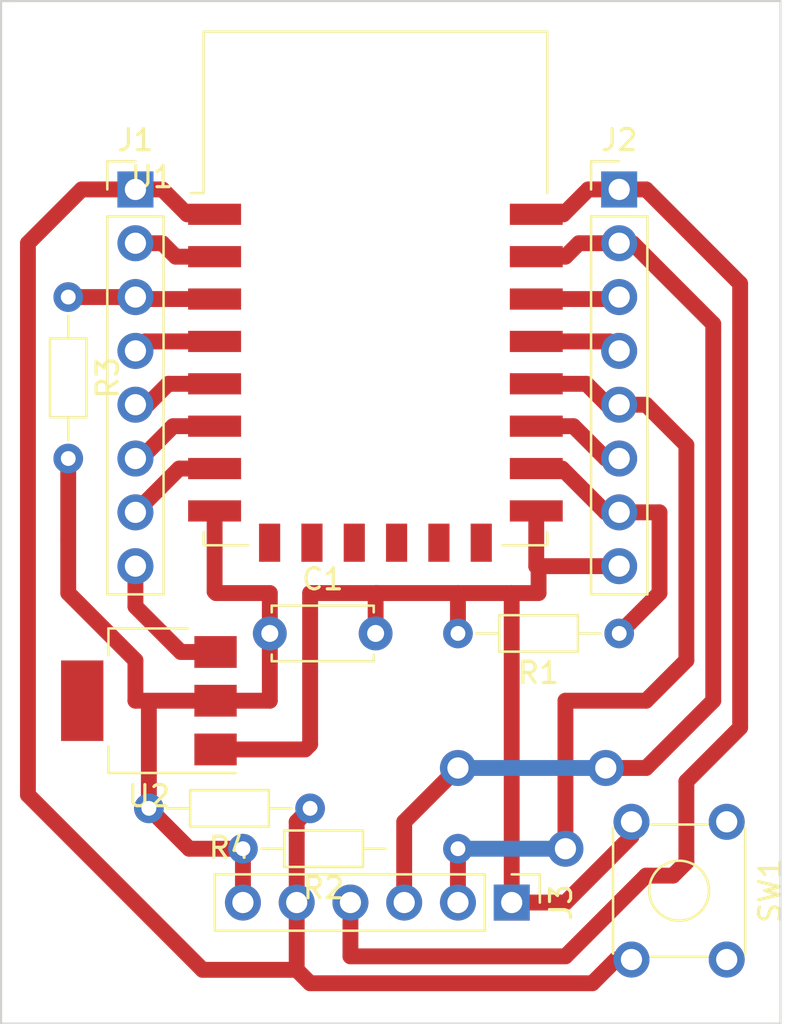
<source format=kicad_pcb>
(kicad_pcb (version 4) (host pcbnew 4.0.7)

  (general
    (links 36)
    (no_connects 0)
    (area 130.317142 91.2486 168.225 140.827858)
    (thickness 1.6)
    (drawings 5)
    (tracks 122)
    (zones 0)
    (modules 11)
    (nets 26)
  )

  (page A4)
  (layers
    (0 F.Cu signal)
    (31 B.Cu signal)
    (32 B.Adhes user)
    (33 F.Adhes user)
    (34 B.Paste user)
    (35 F.Paste user)
    (36 B.SilkS user hide)
    (37 F.SilkS user)
    (38 B.Mask user)
    (39 F.Mask user)
    (40 Dwgs.User user)
    (41 Cmts.User user)
    (42 Eco1.User user)
    (43 Eco2.User user)
    (44 Edge.Cuts user)
    (45 Margin user)
    (46 B.CrtYd user)
    (47 F.CrtYd user)
    (48 B.Fab user)
    (49 F.Fab user hide)
  )

  (setup
    (last_trace_width 0.25)
    (user_trace_width 0.5)
    (user_trace_width 0.75)
    (user_trace_width 1)
    (trace_clearance 0.2)
    (zone_clearance 0.508)
    (zone_45_only no)
    (trace_min 0.2)
    (segment_width 0.2)
    (edge_width 0.1)
    (via_size 0.6)
    (via_drill 0.4)
    (via_min_size 0.4)
    (via_min_drill 0.3)
    (user_via 1.7 1)
    (uvia_size 0.3)
    (uvia_drill 0.1)
    (uvias_allowed no)
    (uvia_min_size 0.2)
    (uvia_min_drill 0.1)
    (pcb_text_width 0.3)
    (pcb_text_size 1.5 1.5)
    (mod_edge_width 0.15)
    (mod_text_size 1 1)
    (mod_text_width 0.15)
    (pad_size 1.5 1.5)
    (pad_drill 0.6)
    (pad_to_mask_clearance 0)
    (aux_axis_origin 163.83 90.17)
    (visible_elements FFFFFF5F)
    (pcbplotparams
      (layerselection 0x00030_80000001)
      (usegerberextensions false)
      (excludeedgelayer true)
      (linewidth 0.100000)
      (plotframeref false)
      (viasonmask false)
      (mode 1)
      (useauxorigin false)
      (hpglpennumber 1)
      (hpglpenspeed 20)
      (hpglpendiameter 15)
      (hpglpenoverlay 2)
      (psnegative false)
      (psa4output false)
      (plotreference true)
      (plotvalue true)
      (plotinvisibletext false)
      (padsonsilk false)
      (subtractmaskfromsilk false)
      (outputformat 5)
      (mirror false)
      (drillshape 0)
      (scaleselection 1)
      (outputdirectory /home/badaro/Projetos/Peixoto/kicad/esp12_breakout_board/))
  )

  (net 0 "")
  (net 1 "Net-(C1-Pad1)")
  (net 2 "Net-(C1-Pad2)")
  (net 3 "Net-(J1-Pad1)")
  (net 4 "Net-(J1-Pad2)")
  (net 5 "Net-(J1-Pad3)")
  (net 6 "Net-(J1-Pad4)")
  (net 7 "Net-(J1-Pad5)")
  (net 8 "Net-(J1-Pad6)")
  (net 9 "Net-(J1-Pad7)")
  (net 10 "Net-(J1-Pad8)")
  (net 11 "Net-(J2-Pad2)")
  (net 12 "Net-(J2-Pad3)")
  (net 13 "Net-(J2-Pad4)")
  (net 14 "Net-(J2-Pad5)")
  (net 15 "Net-(J2-Pad6)")
  (net 16 "Net-(J2-Pad7)")
  (net 17 "Net-(U1-Pad9)")
  (net 18 "Net-(U1-Pad10)")
  (net 19 "Net-(U1-Pad11)")
  (net 20 "Net-(U1-Pad12)")
  (net 21 "Net-(U1-Pad13)")
  (net 22 "Net-(U1-Pad14)")
  (net 23 "Net-(J2-Pad1)")
  (net 24 "Net-(SW1-Pad2)")
  (net 25 "Net-(SW1-Pad1)")

  (net_class Default "Esta é a classe de net default."
    (clearance 0.2)
    (trace_width 0.25)
    (via_dia 0.6)
    (via_drill 0.4)
    (uvia_dia 0.3)
    (uvia_drill 0.1)
    (add_net "Net-(C1-Pad1)")
    (add_net "Net-(C1-Pad2)")
    (add_net "Net-(J1-Pad1)")
    (add_net "Net-(J1-Pad2)")
    (add_net "Net-(J1-Pad3)")
    (add_net "Net-(J1-Pad4)")
    (add_net "Net-(J1-Pad5)")
    (add_net "Net-(J1-Pad6)")
    (add_net "Net-(J1-Pad7)")
    (add_net "Net-(J1-Pad8)")
    (add_net "Net-(J2-Pad1)")
    (add_net "Net-(J2-Pad2)")
    (add_net "Net-(J2-Pad3)")
    (add_net "Net-(J2-Pad4)")
    (add_net "Net-(J2-Pad5)")
    (add_net "Net-(J2-Pad6)")
    (add_net "Net-(J2-Pad7)")
    (add_net "Net-(SW1-Pad1)")
    (add_net "Net-(SW1-Pad2)")
    (add_net "Net-(U1-Pad10)")
    (add_net "Net-(U1-Pad11)")
    (add_net "Net-(U1-Pad12)")
    (add_net "Net-(U1-Pad13)")
    (add_net "Net-(U1-Pad14)")
    (add_net "Net-(U1-Pad9)")
  )

  (module Resistors_THT:R_Axial_DIN0204_L3.6mm_D1.6mm_P7.62mm_Horizontal (layer F.Cu) (tedit 5B3E5DD4) (tstamp 5B3E4D96)
    (at 149.86 131.445 180)
    (descr "Resistor, Axial_DIN0204 series, Axial, Horizontal, pin pitch=7.62mm, 0.16666666666666666W = 1/6W, length*diameter=3.6*1.6mm^2, http://cdn-reichelt.de/documents/datenblatt/B400/1_4W%23YAG.pdf")
    (tags "Resistor Axial_DIN0204 series Axial Horizontal pin pitch 7.62mm 0.16666666666666666W = 1/6W length 3.6mm diameter 1.6mm")
    (path /5B3E323D)
    (fp_text reference R2 (at 3.81 -1.86 180) (layer F.SilkS)
      (effects (font (size 1 1) (thickness 0.15)))
    )
    (fp_text value 10k (at 3.81 1.86 180) (layer F.Fab)
      (effects (font (size 1 1) (thickness 0.15)))
    )
    (fp_line (start 2.01 -0.8) (end 2.01 0.8) (layer F.Fab) (width 0.1))
    (fp_line (start 2.01 0.8) (end 5.61 0.8) (layer F.Fab) (width 0.1))
    (fp_line (start 5.61 0.8) (end 5.61 -0.8) (layer F.Fab) (width 0.1))
    (fp_line (start 5.61 -0.8) (end 2.01 -0.8) (layer F.Fab) (width 0.1))
    (fp_line (start 0 0) (end 2.01 0) (layer F.Fab) (width 0.1))
    (fp_line (start 7.62 0) (end 5.61 0) (layer F.Fab) (width 0.1))
    (fp_line (start 1.95 -0.86) (end 1.95 0.86) (layer F.SilkS) (width 0.12))
    (fp_line (start 1.95 0.86) (end 5.67 0.86) (layer F.SilkS) (width 0.12))
    (fp_line (start 5.67 0.86) (end 5.67 -0.86) (layer F.SilkS) (width 0.12))
    (fp_line (start 5.67 -0.86) (end 1.95 -0.86) (layer F.SilkS) (width 0.12))
    (fp_line (start 0.88 0) (end 1.95 0) (layer F.SilkS) (width 0.12))
    (fp_line (start 6.74 0) (end 5.67 0) (layer F.SilkS) (width 0.12))
    (fp_line (start -0.95 -1.15) (end -0.95 1.15) (layer F.CrtYd) (width 0.05))
    (fp_line (start -0.95 1.15) (end 8.6 1.15) (layer F.CrtYd) (width 0.05))
    (fp_line (start 8.6 1.15) (end 8.6 -1.15) (layer F.CrtYd) (width 0.05))
    (fp_line (start 8.6 -1.15) (end -0.95 -1.15) (layer F.CrtYd) (width 0.05))
    (pad 1 thru_hole circle (at -2.54 0 180) (size 1.4 1.4) (drill 0.7) (layers *.Cu *.Mask)
      (net 14 "Net-(J2-Pad5)"))
    (pad 2 thru_hole oval (at 7.62 0 180) (size 1.4 1.4) (drill 0.7) (layers *.Cu *.Mask)
      (net 1 "Net-(C1-Pad1)"))
    (model ${KISYS3DMOD}/Resistors_THT.3dshapes/R_Axial_DIN0204_L3.6mm_D1.6mm_P7.62mm_Horizontal.wrl
      (at (xyz 0 0 0))
      (scale (xyz 0.393701 0.393701 0.393701))
      (rotate (xyz 0 0 0))
    )
  )

  (module Resistors_THT:R_Axial_DIN0204_L3.6mm_D1.6mm_P7.62mm_Horizontal (layer F.Cu) (tedit 5874F706) (tstamp 5B3E4D90)
    (at 160.02 121.285 180)
    (descr "Resistor, Axial_DIN0204 series, Axial, Horizontal, pin pitch=7.62mm, 0.16666666666666666W = 1/6W, length*diameter=3.6*1.6mm^2, http://cdn-reichelt.de/documents/datenblatt/B400/1_4W%23YAG.pdf")
    (tags "Resistor Axial_DIN0204 series Axial Horizontal pin pitch 7.62mm 0.16666666666666666W = 1/6W length 3.6mm diameter 1.6mm")
    (path /5B3E1E06)
    (fp_text reference R1 (at 3.81 -1.86 180) (layer F.SilkS)
      (effects (font (size 1 1) (thickness 0.15)))
    )
    (fp_text value 10k (at 3.81 1.86 180) (layer F.Fab)
      (effects (font (size 1 1) (thickness 0.15)))
    )
    (fp_line (start 2.01 -0.8) (end 2.01 0.8) (layer F.Fab) (width 0.1))
    (fp_line (start 2.01 0.8) (end 5.61 0.8) (layer F.Fab) (width 0.1))
    (fp_line (start 5.61 0.8) (end 5.61 -0.8) (layer F.Fab) (width 0.1))
    (fp_line (start 5.61 -0.8) (end 2.01 -0.8) (layer F.Fab) (width 0.1))
    (fp_line (start 0 0) (end 2.01 0) (layer F.Fab) (width 0.1))
    (fp_line (start 7.62 0) (end 5.61 0) (layer F.Fab) (width 0.1))
    (fp_line (start 1.95 -0.86) (end 1.95 0.86) (layer F.SilkS) (width 0.12))
    (fp_line (start 1.95 0.86) (end 5.67 0.86) (layer F.SilkS) (width 0.12))
    (fp_line (start 5.67 0.86) (end 5.67 -0.86) (layer F.SilkS) (width 0.12))
    (fp_line (start 5.67 -0.86) (end 1.95 -0.86) (layer F.SilkS) (width 0.12))
    (fp_line (start 0.88 0) (end 1.95 0) (layer F.SilkS) (width 0.12))
    (fp_line (start 6.74 0) (end 5.67 0) (layer F.SilkS) (width 0.12))
    (fp_line (start -0.95 -1.15) (end -0.95 1.15) (layer F.CrtYd) (width 0.05))
    (fp_line (start -0.95 1.15) (end 8.6 1.15) (layer F.CrtYd) (width 0.05))
    (fp_line (start 8.6 1.15) (end 8.6 -1.15) (layer F.CrtYd) (width 0.05))
    (fp_line (start 8.6 -1.15) (end -0.95 -1.15) (layer F.CrtYd) (width 0.05))
    (pad 1 thru_hole circle (at 0 0 180) (size 1.4 1.4) (drill 0.7) (layers *.Cu *.Mask)
      (net 16 "Net-(J2-Pad7)"))
    (pad 2 thru_hole oval (at 7.62 0 180) (size 1.4 1.4) (drill 0.7) (layers *.Cu *.Mask)
      (net 2 "Net-(C1-Pad2)"))
    (model ${KISYS3DMOD}/Resistors_THT.3dshapes/R_Axial_DIN0204_L3.6mm_D1.6mm_P7.62mm_Horizontal.wrl
      (at (xyz 0 0 0))
      (scale (xyz 0.393701 0.393701 0.393701))
      (rotate (xyz 0 0 0))
    )
  )

  (module Capacitors_THT:C_Disc_D4.7mm_W2.5mm_P5.00mm (layer F.Cu) (tedit 597BC7C2) (tstamp 5B3E4D68)
    (at 143.51 121.285)
    (descr "C, Disc series, Radial, pin pitch=5.00mm, , diameter*width=4.7*2.5mm^2, Capacitor, http://www.vishay.com/docs/45233/krseries.pdf")
    (tags "C Disc series Radial pin pitch 5.00mm  diameter 4.7mm width 2.5mm Capacitor")
    (path /5B3E1E57)
    (fp_text reference C1 (at 2.5 -2.56) (layer F.SilkS)
      (effects (font (size 1 1) (thickness 0.15)))
    )
    (fp_text value 100n (at 2.5 2.56) (layer F.Fab)
      (effects (font (size 1 1) (thickness 0.15)))
    )
    (fp_line (start 0.15 -1.25) (end 0.15 1.25) (layer F.Fab) (width 0.1))
    (fp_line (start 0.15 1.25) (end 4.85 1.25) (layer F.Fab) (width 0.1))
    (fp_line (start 4.85 1.25) (end 4.85 -1.25) (layer F.Fab) (width 0.1))
    (fp_line (start 4.85 -1.25) (end 0.15 -1.25) (layer F.Fab) (width 0.1))
    (fp_line (start 0.09 -1.31) (end 4.91 -1.31) (layer F.SilkS) (width 0.12))
    (fp_line (start 0.09 1.31) (end 4.91 1.31) (layer F.SilkS) (width 0.12))
    (fp_line (start 0.09 -1.31) (end 0.09 -0.996) (layer F.SilkS) (width 0.12))
    (fp_line (start 0.09 0.996) (end 0.09 1.31) (layer F.SilkS) (width 0.12))
    (fp_line (start 4.91 -1.31) (end 4.91 -0.996) (layer F.SilkS) (width 0.12))
    (fp_line (start 4.91 0.996) (end 4.91 1.31) (layer F.SilkS) (width 0.12))
    (fp_line (start -1.05 -1.6) (end -1.05 1.6) (layer F.CrtYd) (width 0.05))
    (fp_line (start -1.05 1.6) (end 6.05 1.6) (layer F.CrtYd) (width 0.05))
    (fp_line (start 6.05 1.6) (end 6.05 -1.6) (layer F.CrtYd) (width 0.05))
    (fp_line (start 6.05 -1.6) (end -1.05 -1.6) (layer F.CrtYd) (width 0.05))
    (fp_text user %R (at 2.5 0) (layer F.Fab)
      (effects (font (size 1 1) (thickness 0.15)))
    )
    (pad 1 thru_hole circle (at 0 0) (size 1.6 1.6) (drill 0.8) (layers *.Cu *.Mask)
      (net 1 "Net-(C1-Pad1)"))
    (pad 2 thru_hole circle (at 5 0) (size 1.6 1.6) (drill 0.8) (layers *.Cu *.Mask)
      (net 2 "Net-(C1-Pad2)"))
    (model ${KISYS3DMOD}/Capacitors_THT.3dshapes/C_Disc_D4.7mm_W2.5mm_P5.00mm.wrl
      (at (xyz 0 0 0))
      (scale (xyz 1 1 1))
      (rotate (xyz 0 0 0))
    )
  )

  (module Pin_Headers:Pin_Header_Straight_1x08_Pitch2.54mm (layer F.Cu) (tedit 59650532) (tstamp 5B3E4D74)
    (at 137.16 100.33)
    (descr "Through hole straight pin header, 1x08, 2.54mm pitch, single row")
    (tags "Through hole pin header THT 1x08 2.54mm single row")
    (path /5B3E24C9)
    (fp_text reference J1 (at 0 -2.33) (layer F.SilkS)
      (effects (font (size 1 1) (thickness 0.15)))
    )
    (fp_text value Conn_01x08_Male (at 0 20.11) (layer F.Fab)
      (effects (font (size 1 1) (thickness 0.15)))
    )
    (fp_line (start -0.635 -1.27) (end 1.27 -1.27) (layer F.Fab) (width 0.1))
    (fp_line (start 1.27 -1.27) (end 1.27 19.05) (layer F.Fab) (width 0.1))
    (fp_line (start 1.27 19.05) (end -1.27 19.05) (layer F.Fab) (width 0.1))
    (fp_line (start -1.27 19.05) (end -1.27 -0.635) (layer F.Fab) (width 0.1))
    (fp_line (start -1.27 -0.635) (end -0.635 -1.27) (layer F.Fab) (width 0.1))
    (fp_line (start -1.33 19.11) (end 1.33 19.11) (layer F.SilkS) (width 0.12))
    (fp_line (start -1.33 1.27) (end -1.33 19.11) (layer F.SilkS) (width 0.12))
    (fp_line (start 1.33 1.27) (end 1.33 19.11) (layer F.SilkS) (width 0.12))
    (fp_line (start -1.33 1.27) (end 1.33 1.27) (layer F.SilkS) (width 0.12))
    (fp_line (start -1.33 0) (end -1.33 -1.33) (layer F.SilkS) (width 0.12))
    (fp_line (start -1.33 -1.33) (end 0 -1.33) (layer F.SilkS) (width 0.12))
    (fp_line (start -1.8 -1.8) (end -1.8 19.55) (layer F.CrtYd) (width 0.05))
    (fp_line (start -1.8 19.55) (end 1.8 19.55) (layer F.CrtYd) (width 0.05))
    (fp_line (start 1.8 19.55) (end 1.8 -1.8) (layer F.CrtYd) (width 0.05))
    (fp_line (start 1.8 -1.8) (end -1.8 -1.8) (layer F.CrtYd) (width 0.05))
    (fp_text user %R (at 0 8.89 90) (layer F.Fab)
      (effects (font (size 1 1) (thickness 0.15)))
    )
    (pad 1 thru_hole rect (at 0 0) (size 1.7 1.7) (drill 1) (layers *.Cu *.Mask)
      (net 3 "Net-(J1-Pad1)"))
    (pad 2 thru_hole oval (at 0 2.54) (size 1.7 1.7) (drill 1) (layers *.Cu *.Mask)
      (net 4 "Net-(J1-Pad2)"))
    (pad 3 thru_hole oval (at 0 5.08) (size 1.7 1.7) (drill 1) (layers *.Cu *.Mask)
      (net 5 "Net-(J1-Pad3)"))
    (pad 4 thru_hole oval (at 0 7.62) (size 1.7 1.7) (drill 1) (layers *.Cu *.Mask)
      (net 6 "Net-(J1-Pad4)"))
    (pad 5 thru_hole oval (at 0 10.16) (size 1.7 1.7) (drill 1) (layers *.Cu *.Mask)
      (net 7 "Net-(J1-Pad5)"))
    (pad 6 thru_hole oval (at 0 12.7) (size 1.7 1.7) (drill 1) (layers *.Cu *.Mask)
      (net 8 "Net-(J1-Pad6)"))
    (pad 7 thru_hole oval (at 0 15.24) (size 1.7 1.7) (drill 1) (layers *.Cu *.Mask)
      (net 9 "Net-(J1-Pad7)"))
    (pad 8 thru_hole oval (at 0 17.78) (size 1.7 1.7) (drill 1) (layers *.Cu *.Mask)
      (net 10 "Net-(J1-Pad8)"))
    (model ${KISYS3DMOD}/Pin_Headers.3dshapes/Pin_Header_Straight_1x08_Pitch2.54mm.wrl
      (at (xyz 0 0 0))
      (scale (xyz 1 1 1))
      (rotate (xyz 0 0 0))
    )
  )

  (module Pin_Headers:Pin_Header_Straight_1x08_Pitch2.54mm (layer F.Cu) (tedit 59650532) (tstamp 5B3E4D80)
    (at 160.02 100.33)
    (descr "Through hole straight pin header, 1x08, 2.54mm pitch, single row")
    (tags "Through hole pin header THT 1x08 2.54mm single row")
    (path /5B3E22AE)
    (fp_text reference J2 (at 0 -2.33) (layer F.SilkS)
      (effects (font (size 1 1) (thickness 0.15)))
    )
    (fp_text value Conn_01x08_Male (at 0 20.11) (layer F.Fab)
      (effects (font (size 1 1) (thickness 0.15)))
    )
    (fp_line (start -0.635 -1.27) (end 1.27 -1.27) (layer F.Fab) (width 0.1))
    (fp_line (start 1.27 -1.27) (end 1.27 19.05) (layer F.Fab) (width 0.1))
    (fp_line (start 1.27 19.05) (end -1.27 19.05) (layer F.Fab) (width 0.1))
    (fp_line (start -1.27 19.05) (end -1.27 -0.635) (layer F.Fab) (width 0.1))
    (fp_line (start -1.27 -0.635) (end -0.635 -1.27) (layer F.Fab) (width 0.1))
    (fp_line (start -1.33 19.11) (end 1.33 19.11) (layer F.SilkS) (width 0.12))
    (fp_line (start -1.33 1.27) (end -1.33 19.11) (layer F.SilkS) (width 0.12))
    (fp_line (start 1.33 1.27) (end 1.33 19.11) (layer F.SilkS) (width 0.12))
    (fp_line (start -1.33 1.27) (end 1.33 1.27) (layer F.SilkS) (width 0.12))
    (fp_line (start -1.33 0) (end -1.33 -1.33) (layer F.SilkS) (width 0.12))
    (fp_line (start -1.33 -1.33) (end 0 -1.33) (layer F.SilkS) (width 0.12))
    (fp_line (start -1.8 -1.8) (end -1.8 19.55) (layer F.CrtYd) (width 0.05))
    (fp_line (start -1.8 19.55) (end 1.8 19.55) (layer F.CrtYd) (width 0.05))
    (fp_line (start 1.8 19.55) (end 1.8 -1.8) (layer F.CrtYd) (width 0.05))
    (fp_line (start 1.8 -1.8) (end -1.8 -1.8) (layer F.CrtYd) (width 0.05))
    (fp_text user %R (at 0 8.89 90) (layer F.Fab)
      (effects (font (size 1 1) (thickness 0.15)))
    )
    (pad 1 thru_hole rect (at 0 0) (size 1.7 1.7) (drill 1) (layers *.Cu *.Mask)
      (net 23 "Net-(J2-Pad1)"))
    (pad 2 thru_hole oval (at 0 2.54) (size 1.7 1.7) (drill 1) (layers *.Cu *.Mask)
      (net 11 "Net-(J2-Pad2)"))
    (pad 3 thru_hole oval (at 0 5.08) (size 1.7 1.7) (drill 1) (layers *.Cu *.Mask)
      (net 12 "Net-(J2-Pad3)"))
    (pad 4 thru_hole oval (at 0 7.62) (size 1.7 1.7) (drill 1) (layers *.Cu *.Mask)
      (net 13 "Net-(J2-Pad4)"))
    (pad 5 thru_hole oval (at 0 10.16) (size 1.7 1.7) (drill 1) (layers *.Cu *.Mask)
      (net 14 "Net-(J2-Pad5)"))
    (pad 6 thru_hole oval (at 0 12.7) (size 1.7 1.7) (drill 1) (layers *.Cu *.Mask)
      (net 15 "Net-(J2-Pad6)"))
    (pad 7 thru_hole oval (at 0 15.24) (size 1.7 1.7) (drill 1) (layers *.Cu *.Mask)
      (net 16 "Net-(J2-Pad7)"))
    (pad 8 thru_hole oval (at 0 17.78) (size 1.7 1.7) (drill 1) (layers *.Cu *.Mask)
      (net 2 "Net-(C1-Pad2)"))
    (model ${KISYS3DMOD}/Pin_Headers.3dshapes/Pin_Header_Straight_1x08_Pitch2.54mm.wrl
      (at (xyz 0 0 0))
      (scale (xyz 1 1 1))
      (rotate (xyz 0 0 0))
    )
  )

  (module Pin_Headers:Pin_Header_Straight_1x06_Pitch2.54mm (layer F.Cu) (tedit 59650532) (tstamp 5B3E4D8A)
    (at 154.94 133.985 270)
    (descr "Through hole straight pin header, 1x06, 2.54mm pitch, single row")
    (tags "Through hole pin header THT 1x06 2.54mm single row")
    (path /5B3E2810)
    (fp_text reference J3 (at 0 -2.33 270) (layer F.SilkS)
      (effects (font (size 1 1) (thickness 0.15)))
    )
    (fp_text value Conn_01x06_Male (at 0 15.03 270) (layer F.Fab)
      (effects (font (size 1 1) (thickness 0.15)))
    )
    (fp_line (start -0.635 -1.27) (end 1.27 -1.27) (layer F.Fab) (width 0.1))
    (fp_line (start 1.27 -1.27) (end 1.27 13.97) (layer F.Fab) (width 0.1))
    (fp_line (start 1.27 13.97) (end -1.27 13.97) (layer F.Fab) (width 0.1))
    (fp_line (start -1.27 13.97) (end -1.27 -0.635) (layer F.Fab) (width 0.1))
    (fp_line (start -1.27 -0.635) (end -0.635 -1.27) (layer F.Fab) (width 0.1))
    (fp_line (start -1.33 14.03) (end 1.33 14.03) (layer F.SilkS) (width 0.12))
    (fp_line (start -1.33 1.27) (end -1.33 14.03) (layer F.SilkS) (width 0.12))
    (fp_line (start 1.33 1.27) (end 1.33 14.03) (layer F.SilkS) (width 0.12))
    (fp_line (start -1.33 1.27) (end 1.33 1.27) (layer F.SilkS) (width 0.12))
    (fp_line (start -1.33 0) (end -1.33 -1.33) (layer F.SilkS) (width 0.12))
    (fp_line (start -1.33 -1.33) (end 0 -1.33) (layer F.SilkS) (width 0.12))
    (fp_line (start -1.8 -1.8) (end -1.8 14.5) (layer F.CrtYd) (width 0.05))
    (fp_line (start -1.8 14.5) (end 1.8 14.5) (layer F.CrtYd) (width 0.05))
    (fp_line (start 1.8 14.5) (end 1.8 -1.8) (layer F.CrtYd) (width 0.05))
    (fp_line (start 1.8 -1.8) (end -1.8 -1.8) (layer F.CrtYd) (width 0.05))
    (fp_text user %R (at 0 6.35 360) (layer F.Fab)
      (effects (font (size 1 1) (thickness 0.15)))
    )
    (pad 1 thru_hole rect (at 0 0 270) (size 1.7 1.7) (drill 1) (layers *.Cu *.Mask)
      (net 2 "Net-(C1-Pad2)"))
    (pad 2 thru_hole oval (at 0 2.54 270) (size 1.7 1.7) (drill 1) (layers *.Cu *.Mask)
      (net 14 "Net-(J2-Pad5)"))
    (pad 3 thru_hole oval (at 0 5.08 270) (size 1.7 1.7) (drill 1) (layers *.Cu *.Mask)
      (net 11 "Net-(J2-Pad2)"))
    (pad 4 thru_hole oval (at 0 7.62 270) (size 1.7 1.7) (drill 1) (layers *.Cu *.Mask)
      (net 23 "Net-(J2-Pad1)"))
    (pad 5 thru_hole oval (at 0 10.16 270) (size 1.7 1.7) (drill 1) (layers *.Cu *.Mask)
      (net 3 "Net-(J1-Pad1)"))
    (pad 6 thru_hole oval (at 0 12.7 270) (size 1.7 1.7) (drill 1) (layers *.Cu *.Mask)
      (net 1 "Net-(C1-Pad1)"))
    (model ${KISYS3DMOD}/Pin_Headers.3dshapes/Pin_Header_Straight_1x06_Pitch2.54mm.wrl
      (at (xyz 0 0 0))
      (scale (xyz 1 1 1))
      (rotate (xyz 0 0 0))
    )
  )

  (module Resistors_THT:R_Axial_DIN0204_L3.6mm_D1.6mm_P7.62mm_Horizontal (layer F.Cu) (tedit 5874F706) (tstamp 5B3E4D9C)
    (at 133.985 105.41 270)
    (descr "Resistor, Axial_DIN0204 series, Axial, Horizontal, pin pitch=7.62mm, 0.16666666666666666W = 1/6W, length*diameter=3.6*1.6mm^2, http://cdn-reichelt.de/documents/datenblatt/B400/1_4W%23YAG.pdf")
    (tags "Resistor Axial_DIN0204 series Axial Horizontal pin pitch 7.62mm 0.16666666666666666W = 1/6W length 3.6mm diameter 1.6mm")
    (path /5B3E3202)
    (fp_text reference R3 (at 3.81 -1.86 270) (layer F.SilkS)
      (effects (font (size 1 1) (thickness 0.15)))
    )
    (fp_text value 10k (at 3.81 1.86 270) (layer F.Fab)
      (effects (font (size 1 1) (thickness 0.15)))
    )
    (fp_line (start 2.01 -0.8) (end 2.01 0.8) (layer F.Fab) (width 0.1))
    (fp_line (start 2.01 0.8) (end 5.61 0.8) (layer F.Fab) (width 0.1))
    (fp_line (start 5.61 0.8) (end 5.61 -0.8) (layer F.Fab) (width 0.1))
    (fp_line (start 5.61 -0.8) (end 2.01 -0.8) (layer F.Fab) (width 0.1))
    (fp_line (start 0 0) (end 2.01 0) (layer F.Fab) (width 0.1))
    (fp_line (start 7.62 0) (end 5.61 0) (layer F.Fab) (width 0.1))
    (fp_line (start 1.95 -0.86) (end 1.95 0.86) (layer F.SilkS) (width 0.12))
    (fp_line (start 1.95 0.86) (end 5.67 0.86) (layer F.SilkS) (width 0.12))
    (fp_line (start 5.67 0.86) (end 5.67 -0.86) (layer F.SilkS) (width 0.12))
    (fp_line (start 5.67 -0.86) (end 1.95 -0.86) (layer F.SilkS) (width 0.12))
    (fp_line (start 0.88 0) (end 1.95 0) (layer F.SilkS) (width 0.12))
    (fp_line (start 6.74 0) (end 5.67 0) (layer F.SilkS) (width 0.12))
    (fp_line (start -0.95 -1.15) (end -0.95 1.15) (layer F.CrtYd) (width 0.05))
    (fp_line (start -0.95 1.15) (end 8.6 1.15) (layer F.CrtYd) (width 0.05))
    (fp_line (start 8.6 1.15) (end 8.6 -1.15) (layer F.CrtYd) (width 0.05))
    (fp_line (start 8.6 -1.15) (end -0.95 -1.15) (layer F.CrtYd) (width 0.05))
    (pad 1 thru_hole circle (at 0 0 270) (size 1.4 1.4) (drill 0.7) (layers *.Cu *.Mask)
      (net 5 "Net-(J1-Pad3)"))
    (pad 2 thru_hole oval (at 7.62 0 270) (size 1.4 1.4) (drill 0.7) (layers *.Cu *.Mask)
      (net 1 "Net-(C1-Pad1)"))
    (model ${KISYS3DMOD}/Resistors_THT.3dshapes/R_Axial_DIN0204_L3.6mm_D1.6mm_P7.62mm_Horizontal.wrl
      (at (xyz 0 0 0))
      (scale (xyz 0.393701 0.393701 0.393701))
      (rotate (xyz 0 0 0))
    )
  )

  (module Resistors_THT:R_Axial_DIN0204_L3.6mm_D1.6mm_P7.62mm_Horizontal (layer F.Cu) (tedit 5874F706) (tstamp 5B3E4DA2)
    (at 145.415 129.54 180)
    (descr "Resistor, Axial_DIN0204 series, Axial, Horizontal, pin pitch=7.62mm, 0.16666666666666666W = 1/6W, length*diameter=3.6*1.6mm^2, http://cdn-reichelt.de/documents/datenblatt/B400/1_4W%23YAG.pdf")
    (tags "Resistor Axial_DIN0204 series Axial Horizontal pin pitch 7.62mm 0.16666666666666666W = 1/6W length 3.6mm diameter 1.6mm")
    (path /5B3E328B)
    (fp_text reference R4 (at 3.81 -1.86 180) (layer F.SilkS)
      (effects (font (size 1 1) (thickness 0.15)))
    )
    (fp_text value 10k (at 3.81 1.86 180) (layer F.Fab)
      (effects (font (size 1 1) (thickness 0.15)))
    )
    (fp_line (start 2.01 -0.8) (end 2.01 0.8) (layer F.Fab) (width 0.1))
    (fp_line (start 2.01 0.8) (end 5.61 0.8) (layer F.Fab) (width 0.1))
    (fp_line (start 5.61 0.8) (end 5.61 -0.8) (layer F.Fab) (width 0.1))
    (fp_line (start 5.61 -0.8) (end 2.01 -0.8) (layer F.Fab) (width 0.1))
    (fp_line (start 0 0) (end 2.01 0) (layer F.Fab) (width 0.1))
    (fp_line (start 7.62 0) (end 5.61 0) (layer F.Fab) (width 0.1))
    (fp_line (start 1.95 -0.86) (end 1.95 0.86) (layer F.SilkS) (width 0.12))
    (fp_line (start 1.95 0.86) (end 5.67 0.86) (layer F.SilkS) (width 0.12))
    (fp_line (start 5.67 0.86) (end 5.67 -0.86) (layer F.SilkS) (width 0.12))
    (fp_line (start 5.67 -0.86) (end 1.95 -0.86) (layer F.SilkS) (width 0.12))
    (fp_line (start 0.88 0) (end 1.95 0) (layer F.SilkS) (width 0.12))
    (fp_line (start 6.74 0) (end 5.67 0) (layer F.SilkS) (width 0.12))
    (fp_line (start -0.95 -1.15) (end -0.95 1.15) (layer F.CrtYd) (width 0.05))
    (fp_line (start -0.95 1.15) (end 8.6 1.15) (layer F.CrtYd) (width 0.05))
    (fp_line (start 8.6 1.15) (end 8.6 -1.15) (layer F.CrtYd) (width 0.05))
    (fp_line (start 8.6 -1.15) (end -0.95 -1.15) (layer F.CrtYd) (width 0.05))
    (pad 1 thru_hole circle (at 0 0 180) (size 1.4 1.4) (drill 0.7) (layers *.Cu *.Mask)
      (net 3 "Net-(J1-Pad1)"))
    (pad 2 thru_hole oval (at 7.62 0 180) (size 1.4 1.4) (drill 0.7) (layers *.Cu *.Mask)
      (net 1 "Net-(C1-Pad1)"))
    (model ${KISYS3DMOD}/Resistors_THT.3dshapes/R_Axial_DIN0204_L3.6mm_D1.6mm_P7.62mm_Horizontal.wrl
      (at (xyz 0 0 0))
      (scale (xyz 0.393701 0.393701 0.393701))
      (rotate (xyz 0 0 0))
    )
  )

  (module RF_Modules:ESP-12E (layer F.Cu) (tedit 59E32322) (tstamp 5B3E4DBC)
    (at 148.5011 105.0036)
    (descr "Wi-Fi Module, http://wiki.ai-thinker.com/_media/esp8266/docs/aithinker_esp_12f_datasheet_en.pdf")
    (tags "Wi-Fi Module")
    (path /5B3E1B76)
    (attr smd)
    (fp_text reference U1 (at -10.56 -5.26) (layer F.SilkS)
      (effects (font (size 1 1) (thickness 0.15)))
    )
    (fp_text value ESP-12E (at -0.06 -12.78) (layer F.Fab)
      (effects (font (size 1 1) (thickness 0.15)))
    )
    (fp_text user Antenna (at -0.06 -7 180) (layer Cmts.User)
      (effects (font (size 1 1) (thickness 0.15)))
    )
    (fp_text user "KEEP-OUT ZONE" (at 0.03 -9.55 180) (layer Cmts.User)
      (effects (font (size 1 1) (thickness 0.15)))
    )
    (fp_text user %R (at 0.49 -0.8) (layer F.Fab)
      (effects (font (size 1 1) (thickness 0.15)))
    )
    (fp_line (start -8 -12) (end 8 -12) (layer F.Fab) (width 0.12))
    (fp_line (start 8 -12) (end 8 12) (layer F.Fab) (width 0.12))
    (fp_line (start 8 12) (end -8 12) (layer F.Fab) (width 0.12))
    (fp_line (start -8 12) (end -8 -3) (layer F.Fab) (width 0.12))
    (fp_line (start -8 -3) (end -7.5 -3.5) (layer F.Fab) (width 0.12))
    (fp_line (start -7.5 -3.5) (end -8 -4) (layer F.Fab) (width 0.12))
    (fp_line (start -8 -4) (end -8 -12) (layer F.Fab) (width 0.12))
    (fp_line (start -9.05 -12.2) (end 9.05 -12.2) (layer F.CrtYd) (width 0.05))
    (fp_line (start 9.05 -12.2) (end 9.05 13.1) (layer F.CrtYd) (width 0.05))
    (fp_line (start 9.05 13.1) (end -9.05 13.1) (layer F.CrtYd) (width 0.05))
    (fp_line (start -9.05 13.1) (end -9.05 -12.2) (layer F.CrtYd) (width 0.05))
    (fp_line (start -8.12 -12.12) (end 8.12 -12.12) (layer F.SilkS) (width 0.12))
    (fp_line (start 8.12 -12.12) (end 8.12 -4.5) (layer F.SilkS) (width 0.12))
    (fp_line (start 8.12 11.5) (end 8.12 12.12) (layer F.SilkS) (width 0.12))
    (fp_line (start 8.12 12.12) (end 6 12.12) (layer F.SilkS) (width 0.12))
    (fp_line (start -6 12.12) (end -8.12 12.12) (layer F.SilkS) (width 0.12))
    (fp_line (start -8.12 12.12) (end -8.12 11.5) (layer F.SilkS) (width 0.12))
    (fp_line (start -8.12 -4.5) (end -8.12 -12.12) (layer F.SilkS) (width 0.12))
    (fp_line (start -8.12 -4.5) (end -8.73 -4.5) (layer F.SilkS) (width 0.12))
    (fp_line (start -8.12 -12.12) (end 8.12 -12.12) (layer Dwgs.User) (width 0.12))
    (fp_line (start 8.12 -12.12) (end 8.12 -4.8) (layer Dwgs.User) (width 0.12))
    (fp_line (start 8.12 -4.8) (end -8.12 -4.8) (layer Dwgs.User) (width 0.12))
    (fp_line (start -8.12 -4.8) (end -8.12 -12.12) (layer Dwgs.User) (width 0.12))
    (fp_line (start -8.12 -9.12) (end -5.12 -12.12) (layer Dwgs.User) (width 0.12))
    (fp_line (start -8.12 -6.12) (end -2.12 -12.12) (layer Dwgs.User) (width 0.12))
    (fp_line (start -6.44 -4.8) (end 0.88 -12.12) (layer Dwgs.User) (width 0.12))
    (fp_line (start -3.44 -4.8) (end 3.88 -12.12) (layer Dwgs.User) (width 0.12))
    (fp_line (start -0.44 -4.8) (end 6.88 -12.12) (layer Dwgs.User) (width 0.12))
    (fp_line (start 2.56 -4.8) (end 8.12 -10.36) (layer Dwgs.User) (width 0.12))
    (fp_line (start 5.56 -4.8) (end 8.12 -7.36) (layer Dwgs.User) (width 0.12))
    (pad 1 smd rect (at -7.6 -3.5) (size 2.5 1) (layers F.Cu F.Paste F.Mask)
      (net 3 "Net-(J1-Pad1)"))
    (pad 2 smd rect (at -7.6 -1.5) (size 2.5 1) (layers F.Cu F.Paste F.Mask)
      (net 4 "Net-(J1-Pad2)"))
    (pad 3 smd rect (at -7.6 0.5) (size 2.5 1) (layers F.Cu F.Paste F.Mask)
      (net 5 "Net-(J1-Pad3)"))
    (pad 4 smd rect (at -7.6 2.5) (size 2.5 1) (layers F.Cu F.Paste F.Mask)
      (net 6 "Net-(J1-Pad4)"))
    (pad 5 smd rect (at -7.6 4.5) (size 2.5 1) (layers F.Cu F.Paste F.Mask)
      (net 7 "Net-(J1-Pad5)"))
    (pad 6 smd rect (at -7.6 6.5) (size 2.5 1) (layers F.Cu F.Paste F.Mask)
      (net 8 "Net-(J1-Pad6)"))
    (pad 7 smd rect (at -7.6 8.5) (size 2.5 1) (layers F.Cu F.Paste F.Mask)
      (net 9 "Net-(J1-Pad7)"))
    (pad 8 smd rect (at -7.6 10.5) (size 2.5 1) (layers F.Cu F.Paste F.Mask)
      (net 1 "Net-(C1-Pad1)"))
    (pad 9 smd rect (at -5 12) (size 1 1.8) (layers F.Cu F.Paste F.Mask)
      (net 17 "Net-(U1-Pad9)"))
    (pad 10 smd rect (at -3 12) (size 1 1.8) (layers F.Cu F.Paste F.Mask)
      (net 18 "Net-(U1-Pad10)"))
    (pad 11 smd rect (at -1 12) (size 1 1.8) (layers F.Cu F.Paste F.Mask)
      (net 19 "Net-(U1-Pad11)"))
    (pad 12 smd rect (at 1 12) (size 1 1.8) (layers F.Cu F.Paste F.Mask)
      (net 20 "Net-(U1-Pad12)"))
    (pad 13 smd rect (at 3 12) (size 1 1.8) (layers F.Cu F.Paste F.Mask)
      (net 21 "Net-(U1-Pad13)"))
    (pad 14 smd rect (at 5 12) (size 1 1.8) (layers F.Cu F.Paste F.Mask)
      (net 22 "Net-(U1-Pad14)"))
    (pad 15 smd rect (at 7.6 10.5) (size 2.5 1) (layers F.Cu F.Paste F.Mask)
      (net 2 "Net-(C1-Pad2)"))
    (pad 16 smd rect (at 7.6 8.5) (size 2.5 1) (layers F.Cu F.Paste F.Mask)
      (net 16 "Net-(J2-Pad7)"))
    (pad 17 smd rect (at 7.6 6.5) (size 2.5 1) (layers F.Cu F.Paste F.Mask)
      (net 15 "Net-(J2-Pad6)"))
    (pad 18 smd rect (at 7.6 4.5) (size 2.5 1) (layers F.Cu F.Paste F.Mask)
      (net 14 "Net-(J2-Pad5)"))
    (pad 19 smd rect (at 7.6 2.5) (size 2.5 1) (layers F.Cu F.Paste F.Mask)
      (net 13 "Net-(J2-Pad4)"))
    (pad 20 smd rect (at 7.6 0.5) (size 2.5 1) (layers F.Cu F.Paste F.Mask)
      (net 12 "Net-(J2-Pad3)"))
    (pad 21 smd rect (at 7.6 -1.5) (size 2.5 1) (layers F.Cu F.Paste F.Mask)
      (net 11 "Net-(J2-Pad2)"))
    (pad 22 smd rect (at 7.6 -3.5) (size 2.5 1) (layers F.Cu F.Paste F.Mask)
      (net 23 "Net-(J2-Pad1)"))
    (model ${KISYS3DMOD}/RF_Modules.3dshapes/ESP-12E.wrl
      (at (xyz 0 0 0))
      (scale (xyz 1 1 1))
      (rotate (xyz 0 0 0))
    )
  )

  (module TO_SOT_Packages_SMD:SOT-223 (layer F.Cu) (tedit 58CE4E7E) (tstamp 5B3E4DC4)
    (at 137.795 124.46 180)
    (descr "module CMS SOT223 4 pins")
    (tags "CMS SOT")
    (path /5B3E1D4B)
    (attr smd)
    (fp_text reference U2 (at 0 -4.5 180) (layer F.SilkS)
      (effects (font (size 1 1) (thickness 0.15)))
    )
    (fp_text value LM1117-3.3 (at 0 4.5 180) (layer F.Fab)
      (effects (font (size 1 1) (thickness 0.15)))
    )
    (fp_text user %R (at 0 0 270) (layer F.Fab)
      (effects (font (size 0.8 0.8) (thickness 0.12)))
    )
    (fp_line (start -1.85 -2.3) (end -0.8 -3.35) (layer F.Fab) (width 0.1))
    (fp_line (start 1.91 3.41) (end 1.91 2.15) (layer F.SilkS) (width 0.12))
    (fp_line (start 1.91 -3.41) (end 1.91 -2.15) (layer F.SilkS) (width 0.12))
    (fp_line (start 4.4 -3.6) (end -4.4 -3.6) (layer F.CrtYd) (width 0.05))
    (fp_line (start 4.4 3.6) (end 4.4 -3.6) (layer F.CrtYd) (width 0.05))
    (fp_line (start -4.4 3.6) (end 4.4 3.6) (layer F.CrtYd) (width 0.05))
    (fp_line (start -4.4 -3.6) (end -4.4 3.6) (layer F.CrtYd) (width 0.05))
    (fp_line (start -1.85 -2.3) (end -1.85 3.35) (layer F.Fab) (width 0.1))
    (fp_line (start -1.85 3.41) (end 1.91 3.41) (layer F.SilkS) (width 0.12))
    (fp_line (start -0.8 -3.35) (end 1.85 -3.35) (layer F.Fab) (width 0.1))
    (fp_line (start -4.1 -3.41) (end 1.91 -3.41) (layer F.SilkS) (width 0.12))
    (fp_line (start -1.85 3.35) (end 1.85 3.35) (layer F.Fab) (width 0.1))
    (fp_line (start 1.85 -3.35) (end 1.85 3.35) (layer F.Fab) (width 0.1))
    (pad 4 smd rect (at 3.15 0 180) (size 2 3.8) (layers F.Cu F.Paste F.Mask))
    (pad 2 smd rect (at -3.15 0 180) (size 2 1.5) (layers F.Cu F.Paste F.Mask)
      (net 1 "Net-(C1-Pad1)"))
    (pad 3 smd rect (at -3.15 2.3 180) (size 2 1.5) (layers F.Cu F.Paste F.Mask)
      (net 10 "Net-(J1-Pad8)"))
    (pad 1 smd rect (at -3.15 -2.3 180) (size 2 1.5) (layers F.Cu F.Paste F.Mask)
      (net 2 "Net-(C1-Pad2)"))
    (model ${KISYS3DMOD}/TO_SOT_Packages_SMD.3dshapes/SOT-223.wrl
      (at (xyz 0 0 0))
      (scale (xyz 1 1 1))
      (rotate (xyz 0 0 0))
    )
  )

  (module Buttons_Switches_THT:SW_TH_Tactile_Omron_B3F-10xx (layer F.Cu) (tedit 5928351D) (tstamp 5B3E9B67)
    (at 165.1 130.175 270)
    (descr SW_TH_Tactile_Omron_B3F-10xx_https://www.omron.com/ecb/products/pdf/en-b3f.pdf)
    (tags "Omron B3F-10xx")
    (path /5B3E9DA5)
    (fp_text reference SW1 (at 3.25 -2.05 270) (layer F.SilkS)
      (effects (font (size 1 1) (thickness 0.15)))
    )
    (fp_text value SW_Push_Dual (at 3.2 6.5 270) (layer F.Fab)
      (effects (font (size 1 1) (thickness 0.15)))
    )
    (fp_line (start 0.25 -0.75) (end 0.25 5.25) (layer F.Fab) (width 0.1))
    (fp_line (start 6.25 -0.75) (end 6.25 5.25) (layer F.Fab) (width 0.1))
    (fp_line (start 0.25 -0.75) (end 6.25 -0.75) (layer F.Fab) (width 0.1))
    (fp_text user %R (at 3.25 2.25 270) (layer F.Fab)
      (effects (font (size 1 1) (thickness 0.15)))
    )
    (fp_line (start 7.65 -1.15) (end -1.1 -1.15) (layer F.CrtYd) (width 0.05))
    (fp_line (start 7.6 5.6) (end 7.6 -1.1) (layer F.CrtYd) (width 0.05))
    (fp_line (start -1.1 5.6) (end 7.6 5.6) (layer F.CrtYd) (width 0.05))
    (fp_line (start -1.1 -1.15) (end -1.1 5.6) (layer F.CrtYd) (width 0.05))
    (fp_circle (center 3.25 2.25) (end 4.25 3.25) (layer F.SilkS) (width 0.12))
    (fp_line (start 0.28 5.37) (end 6.22 5.37) (layer F.SilkS) (width 0.12))
    (fp_line (start 0.28 -0.87) (end 6.22 -0.87) (layer F.SilkS) (width 0.12))
    (fp_line (start 0.13 3.59) (end 0.13 0.91) (layer F.SilkS) (width 0.12))
    (fp_line (start 6.37 0.91) (end 6.37 3.59) (layer F.SilkS) (width 0.12))
    (fp_line (start 0.25 5.25) (end 6.25 5.25) (layer F.Fab) (width 0.1))
    (pad 4 thru_hole circle (at 6.5 4.5 270) (size 1.7 1.7) (drill 1) (layers *.Cu *.Mask)
      (net 3 "Net-(J1-Pad1)"))
    (pad 3 thru_hole circle (at 0 4.5 270) (size 1.7 1.7) (drill 1) (layers *.Cu *.Mask)
      (net 2 "Net-(C1-Pad2)"))
    (pad 2 thru_hole circle (at 6.5 0 270) (size 1.7 1.7) (drill 1) (layers *.Cu *.Mask)
      (net 24 "Net-(SW1-Pad2)"))
    (pad 1 thru_hole circle (at 0 0 270) (size 1.7 1.7) (drill 1) (layers *.Cu *.Mask)
      (net 25 "Net-(SW1-Pad1)"))
    (model ${KISYS3DMOD}/Buttons_Switches_THT.3dshapes/SW_TH_Tactile_Omron_B3F-10xx.wrl
      (at (xyz 0 0 0))
      (scale (xyz 1 1 1))
      (rotate (xyz 0 0 0))
    )
  )

  (gr_line (start 130.81 91.44) (end 131.445 91.44) (angle 90) (layer Edge.Cuts) (width 0.1))
  (gr_line (start 167.64 91.44) (end 130.81 91.44) (angle 90) (layer Edge.Cuts) (width 0.1))
  (gr_line (start 167.64 139.7) (end 167.64 91.44) (angle 90) (layer Edge.Cuts) (width 0.1))
  (gr_line (start 130.81 139.7) (end 167.64 139.7) (angle 90) (layer Edge.Cuts) (width 0.1))
  (gr_line (start 130.81 91.44) (end 130.81 139.7) (angle 90) (layer Edge.Cuts) (width 0.1))

  (segment (start 140.945 124.46) (end 143.51 124.46) (width 0.75) (layer F.Cu) (net 1))
  (segment (start 143.51 124.46) (end 143.51 121.285) (width 0.75) (layer F.Cu) (net 1) (tstamp 5B3E60D2))
  (segment (start 143.51 121.285) (end 143.51 119.38) (width 0.75) (layer F.Cu) (net 1) (tstamp 5B3E60D4))
  (segment (start 140.9011 119.3111) (end 140.9011 115.5036) (width 0.75) (layer F.Cu) (net 1) (tstamp 5B3E60D8))
  (segment (start 140.97 119.38) (end 140.9011 119.3111) (width 0.75) (layer F.Cu) (net 1) (tstamp 5B3E60D7))
  (segment (start 143.51 119.38) (end 140.97 119.38) (width 0.75) (layer F.Cu) (net 1) (tstamp 5B3E60D5))
  (segment (start 142.24 133.985) (end 142.24 131.445) (width 0.75) (layer F.Cu) (net 1))
  (segment (start 137.795 129.54) (end 139.7 131.445) (width 0.75) (layer F.Cu) (net 1))
  (segment (start 139.7 131.445) (end 142.24 131.445) (width 0.75) (layer F.Cu) (net 1) (tstamp 5B3E605E))
  (segment (start 137.795 129.54) (end 137.795 124.46) (width 0.75) (layer F.Cu) (net 1))
  (segment (start 140.945 124.46) (end 137.795 124.46) (width 0.75) (layer F.Cu) (net 1))
  (segment (start 137.795 124.46) (end 137.16 124.46) (width 0.75) (layer F.Cu) (net 1) (tstamp 5B3E605B))
  (segment (start 133.985 113.03) (end 133.985 116.84) (width 0.75) (layer F.Cu) (net 1))
  (segment (start 133.985 116.84) (end 133.985 119.38) (width 0.75) (layer F.Cu) (net 1) (tstamp 5B3E5BD8))
  (segment (start 133.985 119.38) (end 137.16 122.555) (width 0.75) (layer F.Cu) (net 1) (tstamp 5B3E5BDB))
  (segment (start 137.16 122.555) (end 137.16 124.46) (width 0.75) (layer F.Cu) (net 1) (tstamp 5B3E5BE0))
  (segment (start 160.6 130.175) (end 160.6 130.865) (width 0.75) (layer F.Cu) (net 2))
  (segment (start 160.6 130.865) (end 157.48 133.985) (width 0.75) (layer F.Cu) (net 2) (tstamp 5B3E9CF4))
  (segment (start 157.48 133.985) (end 154.94 133.985) (width 0.75) (layer F.Cu) (net 2) (tstamp 5B3E9CF7))
  (segment (start 154.94 133.985) (end 154.94 119.38) (width 0.75) (layer F.Cu) (net 2))
  (segment (start 148.51 121.285) (end 148.51 119.38) (width 0.75) (layer F.Cu) (net 2))
  (segment (start 148.51 119.38) (end 148.59 119.38) (width 0.75) (layer F.Cu) (net 2) (tstamp 5B3E60C8))
  (segment (start 152.4 121.285) (end 152.4 119.38) (width 0.75) (layer F.Cu) (net 2))
  (segment (start 140.945 126.76) (end 145.175 126.76) (width 0.75) (layer F.Cu) (net 2))
  (segment (start 156.21 119.38) (end 156.21 118.11) (width 0.75) (layer F.Cu) (net 2) (tstamp 5B3E5735))
  (segment (start 145.415 119.38) (end 148.59 119.38) (width 0.75) (layer F.Cu) (net 2) (tstamp 5B3E5733))
  (segment (start 148.59 119.38) (end 152.4 119.38) (width 0.75) (layer F.Cu) (net 2) (tstamp 5B3E60CB))
  (segment (start 152.4 119.38) (end 154.94 119.38) (width 0.75) (layer F.Cu) (net 2) (tstamp 5B3E5F34))
  (segment (start 154.94 119.38) (end 156.21 119.38) (width 0.75) (layer F.Cu) (net 2) (tstamp 5B3E612A))
  (segment (start 145.415 126.52) (end 145.415 119.38) (width 0.75) (layer F.Cu) (net 2) (tstamp 5B3E5730))
  (segment (start 145.175 126.76) (end 145.415 126.52) (width 0.75) (layer F.Cu) (net 2) (tstamp 5B3E572D))
  (segment (start 156.21 118.11) (end 156.1011 118.11) (width 0.75) (layer F.Cu) (net 2) (tstamp 5B3E54E8))
  (segment (start 160.02 118.11) (end 156.1011 118.11) (width 0.75) (layer F.Cu) (net 2))
  (segment (start 156.1011 118.11) (end 156.21 118.11) (width 0.75) (layer F.Cu) (net 2) (tstamp 5B3E548C))
  (segment (start 156.21 118.11) (end 156.1011 118.11) (width 0.75) (layer F.Cu) (net 2) (tstamp 5B3E548E))
  (segment (start 156.1011 118.11) (end 156.1011 115.5036) (width 0.75) (layer F.Cu) (net 2) (tstamp 5B3E548F))
  (segment (start 160.6 136.675) (end 159.87 136.675) (width 0.75) (layer F.Cu) (net 3))
  (segment (start 159.87 136.675) (end 158.75 137.795) (width 0.75) (layer F.Cu) (net 3) (tstamp 5B3E9CDA))
  (segment (start 158.75 137.795) (end 145.415 137.795) (width 0.75) (layer F.Cu) (net 3) (tstamp 5B3E9CDC))
  (segment (start 145.415 137.795) (end 144.78 137.16) (width 0.75) (layer F.Cu) (net 3) (tstamp 5B3E9CE1))
  (segment (start 144.78 133.985) (end 144.78 130.81) (width 0.75) (layer F.Cu) (net 3))
  (segment (start 144.78 130.175) (end 145.415 129.54) (width 0.75) (layer F.Cu) (net 3) (tstamp 5B3E6077))
  (segment (start 144.78 130.81) (end 144.78 130.175) (width 0.75) (layer F.Cu) (net 3) (tstamp 5B3E6072))
  (segment (start 137.16 100.33) (end 134.62 100.33) (width 0.75) (layer F.Cu) (net 3))
  (segment (start 144.78 137.16) (end 144.78 133.985) (width 0.75) (layer F.Cu) (net 3) (tstamp 5B3E6040))
  (segment (start 140.335 137.16) (end 144.78 137.16) (width 0.75) (layer F.Cu) (net 3) (tstamp 5B3E603E))
  (segment (start 132.08 128.905) (end 140.335 137.16) (width 0.75) (layer F.Cu) (net 3) (tstamp 5B3E6034))
  (segment (start 132.08 102.87) (end 132.08 128.905) (width 0.75) (layer F.Cu) (net 3) (tstamp 5B3E602B))
  (segment (start 134.62 100.33) (end 132.08 102.87) (width 0.75) (layer F.Cu) (net 3) (tstamp 5B3E6020))
  (segment (start 140.9011 101.5036) (end 139.6036 101.5036) (width 0.75) (layer F.Cu) (net 3))
  (segment (start 138.43 100.33) (end 137.16 100.33) (width 0.75) (layer F.Cu) (net 3) (tstamp 5B3E5328))
  (segment (start 139.6036 101.5036) (end 138.43 100.33) (width 0.75) (layer F.Cu) (net 3) (tstamp 5B3E5326))
  (segment (start 140.9011 103.5036) (end 139.0636 103.5036) (width 0.75) (layer F.Cu) (net 4))
  (segment (start 138.43 102.87) (end 137.16 102.87) (width 0.75) (layer F.Cu) (net 4) (tstamp 5B3E532C))
  (segment (start 139.0636 103.5036) (end 138.43 102.87) (width 0.75) (layer F.Cu) (net 4) (tstamp 5B3E532B))
  (segment (start 137.16 105.41) (end 133.985 105.41) (width 0.75) (layer F.Cu) (net 5))
  (segment (start 140.9011 105.5036) (end 137.2536 105.5036) (width 0.75) (layer F.Cu) (net 5))
  (segment (start 137.2536 105.5036) (end 137.16 105.41) (width 0.75) (layer F.Cu) (net 5) (tstamp 5B3E532F))
  (segment (start 140.9011 107.5036) (end 137.6064 107.5036) (width 0.75) (layer F.Cu) (net 6))
  (segment (start 137.6064 107.5036) (end 137.16 107.95) (width 0.75) (layer F.Cu) (net 6) (tstamp 5B3E5334))
  (segment (start 140.9011 109.5036) (end 138.7136 109.5036) (width 0.75) (layer F.Cu) (net 7))
  (segment (start 138.7136 109.5036) (end 137.7272 110.49) (width 0.75) (layer F.Cu) (net 7) (tstamp 5B3E534F))
  (segment (start 137.7272 110.49) (end 137.16 110.49) (width 0.75) (layer F.Cu) (net 7) (tstamp 5B3E5354))
  (segment (start 140.9011 111.5036) (end 138.9404 111.5036) (width 0.75) (layer F.Cu) (net 8))
  (segment (start 138.9404 111.5036) (end 137.414 113.03) (width 0.75) (layer F.Cu) (net 8) (tstamp 5B3E5357))
  (segment (start 137.414 113.03) (end 137.16 113.03) (width 0.75) (layer F.Cu) (net 8) (tstamp 5B3E5358))
  (segment (start 140.9011 113.5036) (end 139.2264 113.5036) (width 0.75) (layer F.Cu) (net 9))
  (segment (start 139.2264 113.5036) (end 137.16 115.57) (width 0.75) (layer F.Cu) (net 9) (tstamp 5B3E535B))
  (segment (start 137.16 118.11) (end 137.16 120.015) (width 0.75) (layer F.Cu) (net 10))
  (segment (start 139.305 122.16) (end 140.945 122.16) (width 0.75) (layer F.Cu) (net 10) (tstamp 5B3E571B))
  (segment (start 137.16 120.015) (end 139.305 122.16) (width 0.75) (layer F.Cu) (net 10) (tstamp 5B3E571A))
  (segment (start 149.86 133.985) (end 149.86 130.175) (width 0.75) (layer F.Cu) (net 11))
  (segment (start 164.465 106.68) (end 160.655 102.87) (width 0.75) (layer F.Cu) (net 11) (tstamp 5B3E61BE))
  (segment (start 164.465 124.46) (end 164.465 106.68) (width 0.75) (layer F.Cu) (net 11) (tstamp 5B3E61B7))
  (segment (start 161.29 127.635) (end 164.465 124.46) (width 0.75) (layer F.Cu) (net 11) (tstamp 5B3E61B6))
  (segment (start 159.385 127.635) (end 161.29 127.635) (width 0.75) (layer F.Cu) (net 11) (tstamp 5B3E61B5))
  (via (at 159.385 127.635) (size 1.7) (drill 1) (layers F.Cu B.Cu) (net 11))
  (segment (start 152.4 127.635) (end 159.385 127.635) (width 0.75) (layer B.Cu) (net 11) (tstamp 5B3E61B2))
  (via (at 152.4 127.635) (size 1.7) (drill 1) (layers F.Cu B.Cu) (net 11))
  (segment (start 149.86 130.175) (end 152.4 127.635) (width 0.75) (layer F.Cu) (net 11) (tstamp 5B3E61AD))
  (segment (start 160.655 102.87) (end 160.02 102.87) (width 0.75) (layer F.Cu) (net 11) (tstamp 5B3E61C0))
  (segment (start 156.1011 103.5036) (end 157.4786 103.5036) (width 0.75) (layer F.Cu) (net 11))
  (segment (start 158.1122 102.87) (end 160.02 102.87) (width 0.75) (layer F.Cu) (net 11) (tstamp 5B3E53A6))
  (segment (start 157.4786 103.5036) (end 158.1122 102.87) (width 0.75) (layer F.Cu) (net 11) (tstamp 5B3E53A5))
  (segment (start 156.1011 105.5036) (end 159.9264 105.5036) (width 0.75) (layer F.Cu) (net 12))
  (segment (start 159.9264 105.5036) (end 160.02 105.41) (width 0.75) (layer F.Cu) (net 12) (tstamp 5B3E53EB))
  (segment (start 156.1011 107.5036) (end 159.5736 107.5036) (width 0.75) (layer F.Cu) (net 13))
  (segment (start 159.5736 107.5036) (end 160.02 107.95) (width 0.75) (layer F.Cu) (net 13) (tstamp 5B3E53EE))
  (segment (start 152.4 131.445) (end 157.48 131.445) (width 0.75) (layer B.Cu) (net 14))
  (segment (start 161.29 110.49) (end 160.02 110.49) (width 0.75) (layer F.Cu) (net 14) (tstamp 5B3E6182))
  (segment (start 163.195 112.395) (end 161.29 110.49) (width 0.75) (layer F.Cu) (net 14) (tstamp 5B3E6181))
  (segment (start 163.195 122.555) (end 163.195 112.395) (width 0.75) (layer F.Cu) (net 14) (tstamp 5B3E617D))
  (segment (start 161.29 124.46) (end 163.195 122.555) (width 0.75) (layer F.Cu) (net 14) (tstamp 5B3E6178))
  (segment (start 157.48 124.46) (end 161.29 124.46) (width 0.75) (layer F.Cu) (net 14) (tstamp 5B3E6177))
  (segment (start 157.48 131.445) (end 157.48 124.46) (width 0.75) (layer F.Cu) (net 14) (tstamp 5B3E6176))
  (via (at 157.48 131.445) (size 1.7) (drill 1) (layers F.Cu B.Cu) (net 14))
  (segment (start 152.4 133.985) (end 152.4 131.445) (width 0.75) (layer F.Cu) (net 14))
  (segment (start 156.1011 109.5036) (end 158.4664 109.5036) (width 0.75) (layer F.Cu) (net 14))
  (segment (start 158.4664 109.5036) (end 159.4528 110.49) (width 0.75) (layer F.Cu) (net 14) (tstamp 5B3E53F1))
  (segment (start 159.4528 110.49) (end 160.02 110.49) (width 0.75) (layer F.Cu) (net 14) (tstamp 5B3E53F2))
  (segment (start 156.1011 111.5036) (end 157.8586 111.5036) (width 0.75) (layer F.Cu) (net 15))
  (segment (start 157.8586 111.5036) (end 159.385 113.03) (width 0.75) (layer F.Cu) (net 15) (tstamp 5B3E53F5))
  (segment (start 159.385 113.03) (end 160.02 113.03) (width 0.75) (layer F.Cu) (net 15) (tstamp 5B3E53F6))
  (segment (start 160.02 115.57) (end 161.925 115.57) (width 0.75) (layer F.Cu) (net 16))
  (segment (start 161.925 119.38) (end 160.02 121.285) (width 0.75) (layer F.Cu) (net 16) (tstamp 5B3E5F38))
  (segment (start 161.925 115.57) (end 161.925 119.38) (width 0.75) (layer F.Cu) (net 16) (tstamp 5B3E5F37))
  (segment (start 156.1011 113.5036) (end 157.3186 113.5036) (width 0.75) (layer F.Cu) (net 16))
  (segment (start 157.3186 113.5036) (end 159.385 115.57) (width 0.75) (layer F.Cu) (net 16) (tstamp 5B3E53F9))
  (segment (start 159.385 115.57) (end 160.02 115.57) (width 0.75) (layer F.Cu) (net 16) (tstamp 5B3E53FA))
  (segment (start 147.32 133.985) (end 147.32 136.525) (width 0.75) (layer F.Cu) (net 23))
  (segment (start 161.29 100.33) (end 160.02 100.33) (width 0.75) (layer F.Cu) (net 23) (tstamp 5B3E9D24))
  (segment (start 165.735 104.775) (end 161.29 100.33) (width 0.75) (layer F.Cu) (net 23) (tstamp 5B3E9D1E))
  (segment (start 165.735 125.73) (end 165.735 104.775) (width 0.75) (layer F.Cu) (net 23) (tstamp 5B3E9D1C))
  (segment (start 163.195 128.27) (end 165.735 125.73) (width 0.75) (layer F.Cu) (net 23) (tstamp 5B3E9D11))
  (segment (start 163.195 132.08) (end 163.195 128.27) (width 0.75) (layer F.Cu) (net 23) (tstamp 5B3E9D0C))
  (segment (start 162.56 132.715) (end 163.195 132.08) (width 0.75) (layer F.Cu) (net 23) (tstamp 5B3E9D03))
  (segment (start 161.29 132.715) (end 162.56 132.715) (width 0.75) (layer F.Cu) (net 23) (tstamp 5B3E9D01))
  (segment (start 157.48 136.525) (end 161.29 132.715) (width 0.75) (layer F.Cu) (net 23) (tstamp 5B3E9CFE))
  (segment (start 147.32 136.525) (end 157.48 136.525) (width 0.75) (layer F.Cu) (net 23) (tstamp 5B3E9CFB))
  (segment (start 156.1011 101.5036) (end 157.3836 101.5036) (width 0.75) (layer F.Cu) (net 23))
  (segment (start 158.5572 100.33) (end 160.02 100.33) (width 0.75) (layer F.Cu) (net 23) (tstamp 5B3E539E))
  (segment (start 157.3836 101.5036) (end 158.5572 100.33) (width 0.75) (layer F.Cu) (net 23) (tstamp 5B3E539D))

)

</source>
